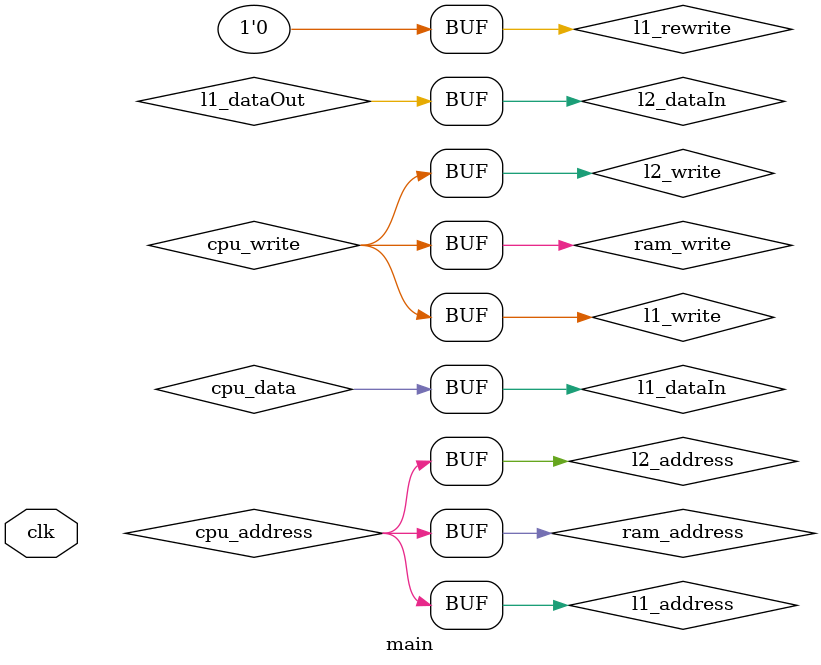
<source format=v>
module main(input clk);

	// cpu wires
	wire cpu_write;
	wire cpu_address;
	wire cpu_data;

	cpu _CPU_(
		.clk(clk),
		// -- outs
		.write(cpu_write),
		.address(cpu_address),
		.data(cpu_data)
);

	// cache l1 wires
	wire l1_write;
	wire l1_rewrite;
	wire l1_address;
	wire l1_dataIn;
	wire l1_dataOut;
	wire l1_writeback;
	wire l1_hit;

	// ------ CPU and L1 communication -----
	assign l1_address = cpu_address;
	assign l1_write = cpu_write;
	assign l1_dataIn = cpu_data;
	assign l1_rewrite = 1'b0;
	// --------------------------------------

	cache #(
		.DEPTH(2),
		.TAG_SIZE(7)
		) 
		_L1_(
		.clk(clk),
		.write(l1_write),
		.address(l1_address),
		.dataIn(l1_dataIn),
		.dataOut(l1_dataOut),
		.writeback(l1_writeback),
		.hit(l1_hit)
		);

	// cache l2 wires
	wire l2_write;
	wire l2_rewrite;
	wire l2_address;
	wire l2_dataIn;
	wire l2_dataOut;
	wire l2_writeback;
	wire l2_hit;

	// --------- L1 and L2 communication ------
	assign l2_write = l1_write;
	assign l2_address = l1_address;
	assign l2_dataIn = l1_dataOut;


	cache #(
		.DEPTH(4),
		.TAG_SIZE(5)
		)
		_L2_(
		.clk(clk),
		.write(l2_write),
		.address(l2_address),
		.dataIn(l2_dataIn),
		.dataOut(l2_dataOut),
		.writeback(l2_writeback),
		.hit(l2_hit)
		);


	// ram wires
	wire ram_write;
	wire ram_address;
	wire ram_dataIn;
	wire ram_dataOut;

// --------- L2 and RAM communication ------
	assign ram_address = l2_address;
	assign ram_dataIn = l2_dataOut;
	assign ram_write = l2_write;
// -----------------------------------------

	ram _MEM_(
		.address(ram_address),
		.clk(clk), 
		.dataIn(ram_dataIn),
		.write(ram_write),
		.dataOut(ram_dataOut)
	);



endmodule // main

</source>
